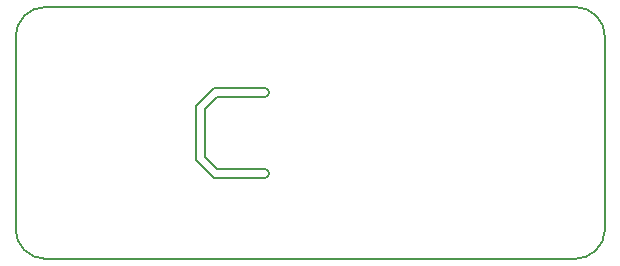
<source format=gko>
%TF.GenerationSoftware,KiCad,Pcbnew,4.0.7-e2-6376~58~ubuntu16.04.1*%
%TF.CreationDate,2018-01-20T15:27:38+01:00*%
%TF.ProjectId,RelayModule,52656C61794D6F64756C652E6B696361,rev?*%
%TF.FileFunction,Profile,NP*%
%FSLAX46Y46*%
G04 Gerber Fmt 4.6, Leading zero omitted, Abs format (unit mm)*
G04 Created by KiCad (PCBNEW 4.0.7-e2-6376~58~ubuntu16.04.1) date Sat Jan 20 15:27:38 2018*
%MOMM*%
%LPD*%
G01*
G04 APERTURE LIST*
%ADD10C,0.100000*%
%ADD11C,0.127000*%
G04 APERTURE END LIST*
D10*
D11*
X47434500Y0D02*
X2540000Y0D01*
X2540000Y-21336000D02*
X47307500Y-21336000D01*
X49911000Y-18859500D02*
X49911000Y-2603500D01*
X47307500Y-21336000D02*
G75*
G03X49911000Y-18859500I63500J2540000D01*
G01*
X49911000Y-2603500D02*
G75*
G03X47434500Y0I-2540000J63500D01*
G01*
X0Y-2540000D02*
X0Y-18796000D01*
X0Y-18796000D02*
G75*
G03X2540000Y-21336000I2540000J0D01*
G01*
X2540000Y0D02*
G75*
G03X0Y-2540000I0J-2540000D01*
G01*
X21082000Y-7620000D02*
G75*
G03X21463000Y-7239000I0J381000D01*
G01*
X21463000Y-7239000D02*
G75*
G03X21082000Y-6858000I-381000J0D01*
G01*
X16002000Y-8636000D02*
X17018000Y-7620000D01*
X21082000Y-14478000D02*
G75*
G03X21463000Y-14097000I0J381000D01*
G01*
X21463000Y-14097000D02*
G75*
G03X21082000Y-13716000I-381000J0D01*
G01*
X16002000Y-12700000D02*
X17018000Y-13716000D01*
X17018000Y-13716000D02*
X21082000Y-13716000D01*
X16002000Y-8636000D02*
X16002000Y-12700000D01*
X17018000Y-7620000D02*
X21082000Y-7620000D01*
X16764000Y-14478000D02*
X21082000Y-14478000D01*
X15240000Y-12954000D02*
X16764000Y-14478000D01*
X15240000Y-8382000D02*
X15240000Y-12954000D01*
X15494000Y-8128000D02*
X15240000Y-8382000D01*
X16764000Y-6858000D02*
X15494000Y-8128000D01*
X21082000Y-6858000D02*
X16764000Y-6858000D01*
M02*

</source>
